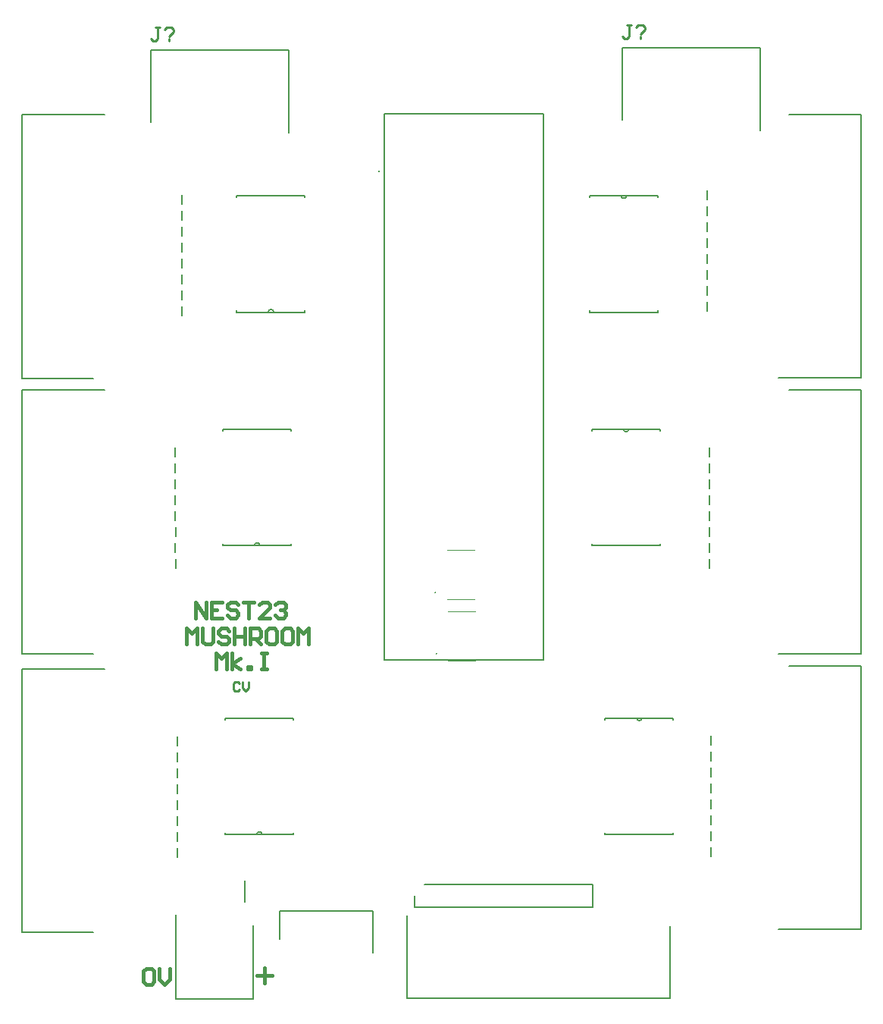
<source format=gto>
G04*
G04 #@! TF.GenerationSoftware,Altium Limited,Altium Designer,23.4.1 (23)*
G04*
G04 Layer_Color=65535*
%FSLAX25Y25*%
%MOIN*%
G70*
G04*
G04 #@! TF.SameCoordinates,D3063454-9748-4D5F-95FB-788F291D17A3*
G04*
G04*
G04 #@! TF.FilePolarity,Positive*
G04*
G01*
G75*
%ADD10C,0.00600*%
%ADD11C,0.00787*%
%ADD12C,0.00394*%
%ADD13C,0.01500*%
%ADD14C,0.01000*%
D10*
X208200Y162900D02*
G03*
X205800Y162900I-1200J0D01*
G01*
X207200Y289900D02*
G03*
X204800Y289900I-1200J0D01*
G01*
X213200Y392400D02*
G03*
X210800Y392400I-1200J0D01*
G01*
X372800Y214100D02*
G03*
X375200Y214100I1200J0D01*
G01*
X366000Y443600D02*
G03*
X368400Y443600I1200J0D01*
G01*
X367000Y341100D02*
G03*
X369400Y341100I1200J0D01*
G01*
X222000Y162900D02*
Y163700D01*
X208200Y162900D02*
X222000D01*
X205800D02*
X208200D01*
X192000D02*
X205800D01*
X192000Y213300D02*
Y214100D01*
X222000D01*
Y213300D02*
Y214100D01*
X192000Y162900D02*
Y163700D01*
X221000Y289900D02*
Y290700D01*
X207200Y289900D02*
X221000D01*
X204800D02*
X207200D01*
X191000D02*
X204800D01*
X191000Y340300D02*
Y341100D01*
X221000D01*
Y340300D02*
Y341100D01*
X191000Y289900D02*
Y290700D01*
X227000Y392400D02*
Y393200D01*
X213200Y392400D02*
X227000D01*
X210800D02*
X213200D01*
X197000D02*
X210800D01*
X197000Y442800D02*
Y443600D01*
X227000D01*
Y442800D02*
Y443600D01*
X197000Y392400D02*
Y393200D01*
X389000Y213300D02*
Y214100D01*
X359000Y162900D02*
Y163700D01*
Y162900D02*
X389000D01*
Y163700D01*
X375200Y214100D02*
X389000D01*
X372800D02*
X375200D01*
X359000D02*
X372800D01*
X359000Y213300D02*
Y214100D01*
X382200Y442800D02*
Y443600D01*
X352200Y392400D02*
Y393200D01*
Y392400D02*
X382200D01*
Y393200D01*
X368400Y443600D02*
X382200D01*
X366000D02*
X368400D01*
X352200D02*
X366000D01*
X352200Y442800D02*
Y443600D01*
X383200Y340300D02*
Y341100D01*
X353200Y289900D02*
Y290700D01*
Y289900D02*
X383200D01*
Y290700D01*
X369400Y341100D02*
X383200D01*
X367000D02*
X369400D01*
X353200D02*
X367000D01*
X353200Y340300D02*
Y341100D01*
D11*
X259520Y454500D02*
G03*
X259520Y454106I0J-197D01*
G01*
D02*
G03*
X259520Y454500I0J197D01*
G01*
D02*
G03*
X259520Y454106I0J-197D01*
G01*
X284398Y269382D02*
G03*
X284398Y269382I-197J0D01*
G01*
X284898Y242382D02*
G03*
X284898Y242382I-197J0D01*
G01*
X159295Y476000D02*
Y507496D01*
X219925D01*
Y471276D02*
Y507496D01*
X366575Y477000D02*
Y508496D01*
X427205D01*
Y472276D02*
Y508496D01*
X170260Y293933D02*
Y298067D01*
X170000Y300933D02*
Y305067D01*
Y307933D02*
Y312067D01*
Y328933D02*
Y333067D01*
Y286933D02*
Y291067D01*
Y321933D02*
Y326067D01*
Y314933D02*
Y319067D01*
X170260Y279933D02*
Y284067D01*
X102504Y358102D02*
X138724D01*
X102504Y242354D02*
Y358102D01*
Y242354D02*
X134000D01*
X173000Y432933D02*
Y437067D01*
Y390933D02*
Y395067D01*
Y397933D02*
Y402067D01*
Y404933D02*
Y409067D01*
Y411933D02*
Y416067D01*
Y425933D02*
Y430067D01*
Y418933D02*
Y423067D01*
Y439933D02*
Y444067D01*
X275307Y131000D02*
Y136000D01*
Y131000D02*
X353693D01*
Y141000D01*
X279500D02*
X353693D01*
X256933Y111094D02*
Y129205D01*
X215988D02*
X256933D01*
X215988Y117000D02*
Y129205D01*
X262000Y239500D02*
Y479500D01*
Y239500D02*
X332000D01*
Y479500D01*
X262000D02*
X332000D01*
X200500Y133323D02*
Y142677D01*
X404000Y427933D02*
Y432067D01*
X204146Y90716D02*
Y123000D01*
X170287Y90716D02*
X204146D01*
X170287D02*
Y127724D01*
X387543Y91004D02*
Y122500D01*
X271795Y91004D02*
X387543D01*
X271795D02*
Y127224D01*
X440000Y479323D02*
X471496D01*
Y363575D02*
Y479323D01*
X435276Y363575D02*
X471496D01*
X102504Y363354D02*
X134000D01*
X102504D02*
Y479102D01*
X138724D01*
X102504Y119898D02*
X134000D01*
X102504D02*
Y235646D01*
X138724D01*
X440000Y358102D02*
X471496D01*
Y242354D02*
Y358102D01*
X435276Y242354D02*
X471496D01*
X440000Y236984D02*
X471496D01*
Y121236D02*
Y236984D01*
X435276Y121236D02*
X471496D01*
X404000Y420933D02*
Y425067D01*
Y413933D02*
Y418067D01*
Y399933D02*
Y404067D01*
Y406933D02*
Y411067D01*
Y434933D02*
Y439067D01*
Y441933D02*
Y446067D01*
X405508Y153261D02*
Y157395D01*
Y160261D02*
Y164395D01*
Y195261D02*
Y199395D01*
Y202261D02*
Y206395D01*
Y181261D02*
Y185395D01*
Y188261D02*
Y192395D01*
Y167261D02*
Y171395D01*
Y174261D02*
Y178395D01*
X405000Y293933D02*
Y298067D01*
Y314933D02*
Y319067D01*
Y300933D02*
Y305067D01*
Y307933D02*
Y312067D01*
Y286933D02*
Y291067D01*
Y279933D02*
Y284067D01*
Y328933D02*
Y333067D01*
Y321933D02*
Y326067D01*
X404000Y392933D02*
Y397067D01*
X171000Y152933D02*
Y157067D01*
Y159933D02*
Y164067D01*
Y166933D02*
Y171067D01*
Y173933D02*
Y178067D01*
Y180933D02*
Y185067D01*
Y187933D02*
Y192067D01*
Y194933D02*
Y199067D01*
Y201933D02*
Y206067D01*
D12*
X289496Y266154D02*
X301504D01*
X289496Y287846D02*
X301504D01*
X289996Y239154D02*
X302004D01*
X289996Y260846D02*
X302004D01*
D13*
X206000Y100832D02*
X212665D01*
X209332Y104165D02*
Y97500D01*
X156000Y102831D02*
X157166Y103998D01*
X159499D01*
X160665Y102831D01*
Y98166D01*
X159499Y97000D01*
X157166D01*
X156000Y98166D01*
Y102831D01*
X162998Y103998D02*
Y99333D01*
X165330Y97000D01*
X167663Y99333D01*
Y103998D01*
X188000Y235500D02*
Y242498D01*
X190333Y240165D01*
X192665Y242498D01*
Y235500D01*
X194998D02*
Y242498D01*
Y237833D02*
X198497Y240165D01*
X194998Y237833D02*
X198497Y235500D01*
X201995D02*
Y236666D01*
X203162D01*
Y235500D01*
X201995D01*
X207827Y242498D02*
X210159D01*
X208993D01*
Y235500D01*
X207827D01*
X210159D01*
X175000Y246500D02*
Y253498D01*
X177333Y251165D01*
X179665Y253498D01*
Y246500D01*
X181998Y253498D02*
Y247666D01*
X183164Y246500D01*
X185497D01*
X186663Y247666D01*
Y253498D01*
X193661Y252331D02*
X192494Y253498D01*
X190162D01*
X188996Y252331D01*
Y251165D01*
X190162Y249999D01*
X192494D01*
X193661Y248833D01*
Y247666D01*
X192494Y246500D01*
X190162D01*
X188996Y247666D01*
X195993Y253498D02*
Y246500D01*
Y249999D01*
X200658D01*
Y253498D01*
Y246500D01*
X202991D02*
Y253498D01*
X206490D01*
X207656Y252331D01*
Y249999D01*
X206490Y248833D01*
X202991D01*
X205324D02*
X207656Y246500D01*
X213488Y253498D02*
X211155D01*
X209989Y252331D01*
Y247666D01*
X211155Y246500D01*
X213488D01*
X214654Y247666D01*
Y252331D01*
X213488Y253498D01*
X220485D02*
X218153D01*
X216986Y252331D01*
Y247666D01*
X218153Y246500D01*
X220485D01*
X221652Y247666D01*
Y252331D01*
X220485Y253498D01*
X223984Y246500D02*
Y253498D01*
X226317Y251165D01*
X228649Y253498D01*
Y246500D01*
X179000Y258000D02*
Y264998D01*
X183665Y258000D01*
Y264998D01*
X190663D02*
X185998D01*
Y258000D01*
X190663D01*
X185998Y261499D02*
X188330D01*
X197661Y263831D02*
X196494Y264998D01*
X194162D01*
X192996Y263831D01*
Y262665D01*
X194162Y261499D01*
X196494D01*
X197661Y260333D01*
Y259166D01*
X196494Y258000D01*
X194162D01*
X192996Y259166D01*
X199993Y264998D02*
X204658D01*
X202326D01*
Y258000D01*
X211656D02*
X206991D01*
X211656Y262665D01*
Y263831D01*
X210490Y264998D01*
X208157D01*
X206991Y263831D01*
X213989D02*
X215155Y264998D01*
X217488D01*
X218654Y263831D01*
Y262665D01*
X217488Y261499D01*
X216321D01*
X217488D01*
X218654Y260333D01*
Y259166D01*
X217488Y258000D01*
X215155D01*
X213989Y259166D01*
D14*
X163199Y517598D02*
X161199D01*
X162199D01*
Y512600D01*
X161199Y511600D01*
X160200D01*
X159200Y512600D01*
X165198Y516598D02*
X166198Y517598D01*
X168197D01*
X169197Y516598D01*
Y515599D01*
X167197Y513599D01*
Y512600D02*
Y511600D01*
X370499Y518598D02*
X368499D01*
X369499D01*
Y513600D01*
X368499Y512600D01*
X367500D01*
X366500Y513600D01*
X372498Y517598D02*
X373498Y518598D01*
X375497D01*
X376497Y517598D01*
Y516599D01*
X374497Y514599D01*
Y513600D02*
Y512600D01*
X198166Y229332D02*
X197499Y229999D01*
X196167D01*
X195500Y229332D01*
Y226666D01*
X196167Y226000D01*
X197499D01*
X198166Y226666D01*
X199499Y229999D02*
Y227333D01*
X200832Y226000D01*
X202165Y227333D01*
Y229999D01*
M02*

</source>
